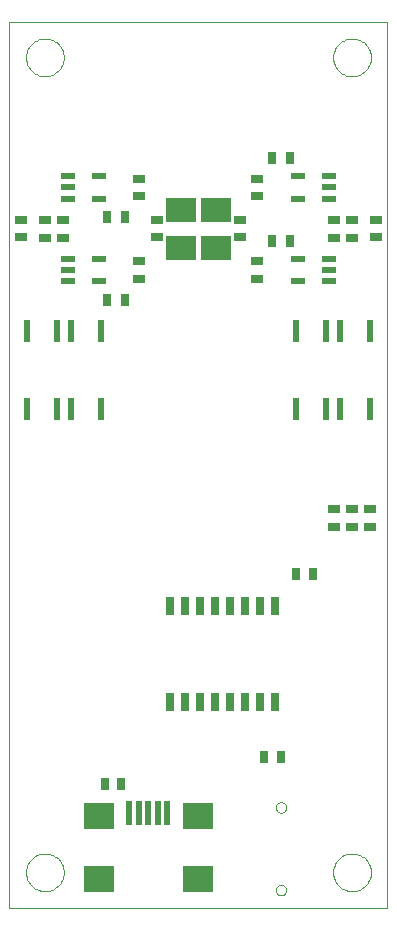
<source format=gtp>
G75*
G70*
%OFA0B0*%
%FSLAX24Y24*%
%IPPOS*%
%LPD*%
%AMOC8*
5,1,8,0,0,1.08239X$1,22.5*
%
%ADD10C,0.0000*%
%ADD11R,0.0236X0.0748*%
%ADD12R,0.0472X0.0217*%
%ADD13R,0.0394X0.0315*%
%ADD14R,0.0315X0.0394*%
%ADD15R,0.0984X0.0866*%
%ADD16R,0.0197X0.0787*%
%ADD17R,0.1024X0.0787*%
%ADD18R,0.0299X0.0622*%
D10*
X000139Y000927D02*
X000139Y030454D01*
X012738Y030454D01*
X012738Y000927D01*
X000139Y000927D01*
X000690Y002108D02*
X000692Y002158D01*
X000698Y002208D01*
X000708Y002257D01*
X000722Y002305D01*
X000739Y002352D01*
X000760Y002397D01*
X000785Y002441D01*
X000813Y002482D01*
X000845Y002521D01*
X000879Y002558D01*
X000916Y002592D01*
X000956Y002622D01*
X000998Y002649D01*
X001042Y002673D01*
X001088Y002694D01*
X001135Y002710D01*
X001183Y002723D01*
X001233Y002732D01*
X001282Y002737D01*
X001333Y002738D01*
X001383Y002735D01*
X001432Y002728D01*
X001481Y002717D01*
X001529Y002702D01*
X001575Y002684D01*
X001620Y002662D01*
X001663Y002636D01*
X001704Y002607D01*
X001743Y002575D01*
X001779Y002540D01*
X001811Y002502D01*
X001841Y002462D01*
X001868Y002419D01*
X001891Y002375D01*
X001910Y002329D01*
X001926Y002281D01*
X001938Y002232D01*
X001946Y002183D01*
X001950Y002133D01*
X001950Y002083D01*
X001946Y002033D01*
X001938Y001984D01*
X001926Y001935D01*
X001910Y001887D01*
X001891Y001841D01*
X001868Y001797D01*
X001841Y001754D01*
X001811Y001714D01*
X001779Y001676D01*
X001743Y001641D01*
X001704Y001609D01*
X001663Y001580D01*
X001620Y001554D01*
X001575Y001532D01*
X001529Y001514D01*
X001481Y001499D01*
X001432Y001488D01*
X001383Y001481D01*
X001333Y001478D01*
X001282Y001479D01*
X001233Y001484D01*
X001183Y001493D01*
X001135Y001506D01*
X001088Y001522D01*
X001042Y001543D01*
X000998Y001567D01*
X000956Y001594D01*
X000916Y001624D01*
X000879Y001658D01*
X000845Y001695D01*
X000813Y001734D01*
X000785Y001775D01*
X000760Y001819D01*
X000739Y001864D01*
X000722Y001911D01*
X000708Y001959D01*
X000698Y002008D01*
X000692Y002058D01*
X000690Y002108D01*
X009017Y001517D02*
X009019Y001543D01*
X009025Y001569D01*
X009035Y001594D01*
X009048Y001617D01*
X009064Y001637D01*
X009084Y001655D01*
X009106Y001670D01*
X009129Y001682D01*
X009155Y001690D01*
X009181Y001694D01*
X009207Y001694D01*
X009233Y001690D01*
X009259Y001682D01*
X009283Y001670D01*
X009304Y001655D01*
X009324Y001637D01*
X009340Y001617D01*
X009353Y001594D01*
X009363Y001569D01*
X009369Y001543D01*
X009371Y001517D01*
X009369Y001491D01*
X009363Y001465D01*
X009353Y001440D01*
X009340Y001417D01*
X009324Y001397D01*
X009304Y001379D01*
X009282Y001364D01*
X009259Y001352D01*
X009233Y001344D01*
X009207Y001340D01*
X009181Y001340D01*
X009155Y001344D01*
X009129Y001352D01*
X009105Y001364D01*
X009084Y001379D01*
X009064Y001397D01*
X009048Y001417D01*
X009035Y001440D01*
X009025Y001465D01*
X009019Y001491D01*
X009017Y001517D01*
X009017Y004273D02*
X009019Y004299D01*
X009025Y004325D01*
X009035Y004350D01*
X009048Y004373D01*
X009064Y004393D01*
X009084Y004411D01*
X009106Y004426D01*
X009129Y004438D01*
X009155Y004446D01*
X009181Y004450D01*
X009207Y004450D01*
X009233Y004446D01*
X009259Y004438D01*
X009283Y004426D01*
X009304Y004411D01*
X009324Y004393D01*
X009340Y004373D01*
X009353Y004350D01*
X009363Y004325D01*
X009369Y004299D01*
X009371Y004273D01*
X009369Y004247D01*
X009363Y004221D01*
X009353Y004196D01*
X009340Y004173D01*
X009324Y004153D01*
X009304Y004135D01*
X009282Y004120D01*
X009259Y004108D01*
X009233Y004100D01*
X009207Y004096D01*
X009181Y004096D01*
X009155Y004100D01*
X009129Y004108D01*
X009105Y004120D01*
X009084Y004135D01*
X009064Y004153D01*
X009048Y004173D01*
X009035Y004196D01*
X009025Y004221D01*
X009019Y004247D01*
X009017Y004273D01*
X010927Y002108D02*
X010929Y002158D01*
X010935Y002208D01*
X010945Y002257D01*
X010959Y002305D01*
X010976Y002352D01*
X010997Y002397D01*
X011022Y002441D01*
X011050Y002482D01*
X011082Y002521D01*
X011116Y002558D01*
X011153Y002592D01*
X011193Y002622D01*
X011235Y002649D01*
X011279Y002673D01*
X011325Y002694D01*
X011372Y002710D01*
X011420Y002723D01*
X011470Y002732D01*
X011519Y002737D01*
X011570Y002738D01*
X011620Y002735D01*
X011669Y002728D01*
X011718Y002717D01*
X011766Y002702D01*
X011812Y002684D01*
X011857Y002662D01*
X011900Y002636D01*
X011941Y002607D01*
X011980Y002575D01*
X012016Y002540D01*
X012048Y002502D01*
X012078Y002462D01*
X012105Y002419D01*
X012128Y002375D01*
X012147Y002329D01*
X012163Y002281D01*
X012175Y002232D01*
X012183Y002183D01*
X012187Y002133D01*
X012187Y002083D01*
X012183Y002033D01*
X012175Y001984D01*
X012163Y001935D01*
X012147Y001887D01*
X012128Y001841D01*
X012105Y001797D01*
X012078Y001754D01*
X012048Y001714D01*
X012016Y001676D01*
X011980Y001641D01*
X011941Y001609D01*
X011900Y001580D01*
X011857Y001554D01*
X011812Y001532D01*
X011766Y001514D01*
X011718Y001499D01*
X011669Y001488D01*
X011620Y001481D01*
X011570Y001478D01*
X011519Y001479D01*
X011470Y001484D01*
X011420Y001493D01*
X011372Y001506D01*
X011325Y001522D01*
X011279Y001543D01*
X011235Y001567D01*
X011193Y001594D01*
X011153Y001624D01*
X011116Y001658D01*
X011082Y001695D01*
X011050Y001734D01*
X011022Y001775D01*
X010997Y001819D01*
X010976Y001864D01*
X010959Y001911D01*
X010945Y001959D01*
X010935Y002008D01*
X010929Y002058D01*
X010927Y002108D01*
X010927Y029273D02*
X010929Y029323D01*
X010935Y029373D01*
X010945Y029422D01*
X010959Y029470D01*
X010976Y029517D01*
X010997Y029562D01*
X011022Y029606D01*
X011050Y029647D01*
X011082Y029686D01*
X011116Y029723D01*
X011153Y029757D01*
X011193Y029787D01*
X011235Y029814D01*
X011279Y029838D01*
X011325Y029859D01*
X011372Y029875D01*
X011420Y029888D01*
X011470Y029897D01*
X011519Y029902D01*
X011570Y029903D01*
X011620Y029900D01*
X011669Y029893D01*
X011718Y029882D01*
X011766Y029867D01*
X011812Y029849D01*
X011857Y029827D01*
X011900Y029801D01*
X011941Y029772D01*
X011980Y029740D01*
X012016Y029705D01*
X012048Y029667D01*
X012078Y029627D01*
X012105Y029584D01*
X012128Y029540D01*
X012147Y029494D01*
X012163Y029446D01*
X012175Y029397D01*
X012183Y029348D01*
X012187Y029298D01*
X012187Y029248D01*
X012183Y029198D01*
X012175Y029149D01*
X012163Y029100D01*
X012147Y029052D01*
X012128Y029006D01*
X012105Y028962D01*
X012078Y028919D01*
X012048Y028879D01*
X012016Y028841D01*
X011980Y028806D01*
X011941Y028774D01*
X011900Y028745D01*
X011857Y028719D01*
X011812Y028697D01*
X011766Y028679D01*
X011718Y028664D01*
X011669Y028653D01*
X011620Y028646D01*
X011570Y028643D01*
X011519Y028644D01*
X011470Y028649D01*
X011420Y028658D01*
X011372Y028671D01*
X011325Y028687D01*
X011279Y028708D01*
X011235Y028732D01*
X011193Y028759D01*
X011153Y028789D01*
X011116Y028823D01*
X011082Y028860D01*
X011050Y028899D01*
X011022Y028940D01*
X010997Y028984D01*
X010976Y029029D01*
X010959Y029076D01*
X010945Y029124D01*
X010935Y029173D01*
X010929Y029223D01*
X010927Y029273D01*
X000690Y029273D02*
X000692Y029323D01*
X000698Y029373D01*
X000708Y029422D01*
X000722Y029470D01*
X000739Y029517D01*
X000760Y029562D01*
X000785Y029606D01*
X000813Y029647D01*
X000845Y029686D01*
X000879Y029723D01*
X000916Y029757D01*
X000956Y029787D01*
X000998Y029814D01*
X001042Y029838D01*
X001088Y029859D01*
X001135Y029875D01*
X001183Y029888D01*
X001233Y029897D01*
X001282Y029902D01*
X001333Y029903D01*
X001383Y029900D01*
X001432Y029893D01*
X001481Y029882D01*
X001529Y029867D01*
X001575Y029849D01*
X001620Y029827D01*
X001663Y029801D01*
X001704Y029772D01*
X001743Y029740D01*
X001779Y029705D01*
X001811Y029667D01*
X001841Y029627D01*
X001868Y029584D01*
X001891Y029540D01*
X001910Y029494D01*
X001926Y029446D01*
X001938Y029397D01*
X001946Y029348D01*
X001950Y029298D01*
X001950Y029248D01*
X001946Y029198D01*
X001938Y029149D01*
X001926Y029100D01*
X001910Y029052D01*
X001891Y029006D01*
X001868Y028962D01*
X001841Y028919D01*
X001811Y028879D01*
X001779Y028841D01*
X001743Y028806D01*
X001704Y028774D01*
X001663Y028745D01*
X001620Y028719D01*
X001575Y028697D01*
X001529Y028679D01*
X001481Y028664D01*
X001432Y028653D01*
X001383Y028646D01*
X001333Y028643D01*
X001282Y028644D01*
X001233Y028649D01*
X001183Y028658D01*
X001135Y028671D01*
X001088Y028687D01*
X001042Y028708D01*
X000998Y028732D01*
X000956Y028759D01*
X000916Y028789D01*
X000879Y028823D01*
X000845Y028860D01*
X000813Y028899D01*
X000785Y028940D01*
X000760Y028984D01*
X000739Y029029D01*
X000722Y029076D01*
X000708Y029124D01*
X000698Y029173D01*
X000692Y029223D01*
X000690Y029273D01*
D11*
X000722Y020139D03*
X001722Y020139D03*
X002198Y020139D03*
X003198Y020139D03*
X003198Y017541D03*
X002198Y017541D03*
X001722Y017541D03*
X000722Y017541D03*
X009679Y017541D03*
X010679Y017541D03*
X011155Y017541D03*
X012155Y017541D03*
X012155Y020139D03*
X011155Y020139D03*
X010679Y020139D03*
X009679Y020139D03*
D12*
X009765Y021813D03*
X009765Y022561D03*
X009765Y024569D03*
X009765Y025317D03*
X010789Y025317D03*
X010789Y024943D03*
X010789Y024569D03*
X010789Y022561D03*
X010789Y022187D03*
X010789Y021813D03*
X003112Y021813D03*
X003112Y022561D03*
X003112Y024569D03*
X003112Y025317D03*
X002088Y025317D03*
X002088Y024943D03*
X002088Y024569D03*
X002088Y022561D03*
X002088Y022187D03*
X002088Y021813D03*
D13*
X001911Y023269D03*
X001911Y023860D03*
X001320Y023860D03*
X001320Y023269D03*
X000533Y023289D03*
X000533Y023840D03*
X004470Y024647D03*
X004470Y025238D03*
X005061Y023840D03*
X005061Y023289D03*
X004470Y022482D03*
X004470Y021891D03*
X007817Y023289D03*
X007817Y023840D03*
X008407Y024647D03*
X008407Y025238D03*
X008407Y022482D03*
X008407Y021891D03*
X010966Y023269D03*
X010966Y023860D03*
X011557Y023860D03*
X011557Y023269D03*
X012344Y023289D03*
X012344Y023840D03*
X012147Y014214D03*
X012147Y013624D03*
X011557Y013624D03*
X011557Y014214D03*
X010966Y014214D03*
X010966Y013624D03*
D14*
X010257Y012049D03*
X009706Y012049D03*
X009175Y005966D03*
X008624Y005966D03*
X003860Y005061D03*
X003309Y005061D03*
X003387Y021202D03*
X003978Y021202D03*
X003978Y023958D03*
X003387Y023958D03*
X008899Y023171D03*
X009490Y023171D03*
X009490Y025927D03*
X008899Y025927D03*
D15*
X006419Y003986D03*
X006419Y001899D03*
X003112Y001899D03*
X003112Y003986D03*
D16*
X004135Y004084D03*
X004450Y004084D03*
X004765Y004084D03*
X005080Y004084D03*
X005395Y004084D03*
D17*
X005848Y022935D03*
X005848Y024194D03*
X007029Y024194D03*
X007029Y022935D03*
D18*
X006976Y010984D03*
X007476Y010984D03*
X007976Y010984D03*
X008476Y010984D03*
X008976Y010984D03*
X008976Y007799D03*
X008476Y007799D03*
X007976Y007799D03*
X007476Y007799D03*
X006976Y007799D03*
X006476Y007799D03*
X005976Y007799D03*
X005476Y007799D03*
X005476Y010984D03*
X005976Y010984D03*
X006476Y010984D03*
M02*

</source>
